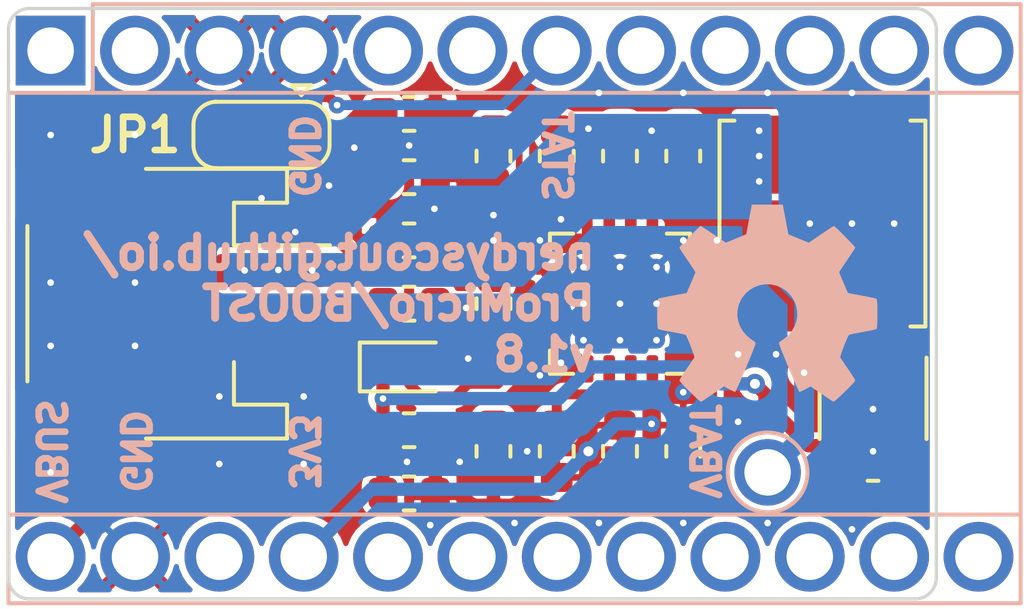
<source format=kicad_pcb>
(kicad_pcb (version 20171130) (host pcbnew 5.1.5)
  (title_block (title BOOST) (date 2021-04-08) (rev v1.8) (company nerdyscout))
  (layers (0 F.Cu mixed) (1 In1.Cu signal) (2 In2.Cu signal) (31 B.Cu mixed) (34 B.Paste user) (35 F.Paste user) (36 B.SilkS user) (37 F.SilkS user) (38 B.Mask user) (39 F.Mask user) (44 Edge.Cuts user))
  (net 0 "")
  (net 1 GND)
  (net 2 "Net-(L1-Pad2)")
  (net 3 "Net-(D1-Pad2)")
  (net 4 "Net-(R3-Pad2)")
  (net 5 "Net-(R5-Pad2)")
  (net 6 "Net-(R7-Pad2)")
  (net 7 +3V3)
  (net 8 "Net-(JP1-Pad1)")
  (net 9 "Net-(C1-Pad1)")
  (net 10 /EN)
  (net 11 /VBAT)
  (net 12 STAT)
  (net 13 VBUS)
  (net 14 LBO)
  (module lib:ProMicro (layer B.Cu) (at 63.373 114.935 270)
    (fp_text reference A1 hide)
    (fp_text value Sparkfun_Pro_Micro)
    (fp_line (start -1.4 -1.27) (end -1.4 -29.21) (layer B.SilkS) (width 0.12))
    (fp_line (start 13.97 1.27) (end 13.97 -29.21) (layer B.SilkS) (width 0.12))
    (fp_line (start 1.27 -1.27) (end -1.4 -1.27) (layer B.SilkS) (width 0.12))
    (fp_line (start 1.27 1.27) (end 1.27 -29.21) (layer B.SilkS) (width 0.12))
    (fp_line (start -1.4 -29.21) (end 16.64 -29.21) (layer B.SilkS) (width 0.12))
    (fp_line (start 16.64 -29.21) (end 16.64 1.27) (layer B.SilkS) (width 0.12))
    (fp_line (start 16.64 1.27) (end 1.27 1.27) (layer B.SilkS) (width 0.12))
    (pad 24 thru_hole circle (at 15.24 0 270) (size 2.1 2.1) (drill 1.4) (layers *.Cu *.Mask) (net 13 VBUS))
    (pad 23 thru_hole circle (at 15.24 -2.54 270) (size 2.1 2.1) (drill 1.4) (layers *.Cu *.Mask) (net 1 GND))
    (pad 22 thru_hole circle (at 15.24 -5.08 270) (size 2.1 2.1) (drill 1.4) (layers *.Cu *.Mask))
    (pad 12 thru_hole circle (at 0 -27.94 270) (size 2.1 2.1) (drill 1.4) (layers *.Cu *.Mask))
    (pad 21 thru_hole circle (at 15.24 -7.62 270) (size 2.1 2.1) (drill 1.4) (layers *.Cu *.Mask) (net 7 +3V3))
    (pad 11 thru_hole circle (at 0 -25.4 270) (size 2.1 2.1) (drill 1.4) (layers *.Cu *.Mask))
    (pad 20 thru_hole circle (at 15.24 -10.16 270) (size 2.1 2.1) (drill 1.4) (layers *.Cu *.Mask))
    (pad 10 thru_hole circle (at 0 -22.86 270) (size 2.1 2.1) (drill 1.4) (layers *.Cu *.Mask))
    (pad 19 thru_hole circle (at 15.24 -12.7 270) (size 2.1 2.1) (drill 1.4) (layers *.Cu *.Mask))
    (pad 9 thru_hole circle (at 0 -20.32 270) (size 2.1 2.1) (drill 1.4) (layers *.Cu *.Mask))
    (pad 18 thru_hole circle (at 15.24 -15.24 270) (size 2.1 2.1) (drill 1.4) (layers *.Cu *.Mask))
    (pad 8 thru_hole circle (at 0 -17.78 270) (size 2.1 2.1) (drill 1.4) (layers *.Cu *.Mask))
    (pad 17 thru_hole circle (at 15.24 -17.78 270) (size 2.1 2.1) (drill 1.4) (layers *.Cu *.Mask))
    (pad 7 thru_hole circle (at 0 -15.24 270) (size 2.1 2.1) (drill 1.4) (layers *.Cu *.Mask) (net 12 STAT))
    (pad 16 thru_hole circle (at 15.24 -20.32 270) (size 2.1 2.1) (drill 1.4) (layers *.Cu *.Mask))
    (pad 6 thru_hole circle (at 0 -12.7 270) (size 2.1 2.1) (drill 1.4) (layers *.Cu *.Mask))
    (pad 15 thru_hole circle (at 15.24 -22.86 270) (size 2.1 2.1) (drill 1.4) (layers *.Cu *.Mask))
    (pad 5 thru_hole circle (at 0 -10.16 270) (size 2.1 2.1) (drill 1.4) (layers *.Cu *.Mask))
    (pad 14 thru_hole circle (at 15.24 -25.4 270) (size 2.1 2.1) (drill 1.4) (layers *.Cu *.Mask))
    (pad 4 thru_hole circle (at 0 -7.62 270) (size 2.1 2.1) (drill 1.4) (layers *.Cu *.Mask) (net 1 GND))
    (pad 13 thru_hole circle (at 15.24 -27.94 270) (size 2.1 2.1) (drill 1.4) (layers *.Cu *.Mask))
    (pad 3 thru_hole circle (at 0 -5.08 270) (size 2.1 2.1) (drill 1.4) (layers *.Cu *.Mask) (net 1 GND))
    (pad 2 thru_hole circle (at 0 -2.54 270) (size 2.1 2.1) (drill 1.4) (layers *.Cu *.Mask))
    (pad 1 thru_hole rect (at 0 0 270) (size 2.1 2.1) (drill 1.4) (layers *.Cu *.Mask))
  )
  (module Symbol:OSHW-Symbol_6.7x6mm_SilkScreen (layer B.Cu) (at 84.963 122.555 180)
    (fp_text reference LOGO1 hide)
    (fp_text value Logo_Open_Hardware_Small hide)
    (fp_poly (pts (xy 0.555814 2.531069) (xy 0.639635 2.086445) (xy 0.94892 1.958947) (xy 1.258206 1.831449) (xy 1.629246 2.083754) (xy 1.733157 2.154004) (xy 1.827087 2.216728) (xy 1.906652 2.269062) (xy 1.96747 2.308143) (xy 2.005157 2.331107) (xy 2.015421 2.336058) (xy 2.03391 2.323324) (xy 2.07342 2.288118) (xy 2.129522 2.234938) (xy 2.197787 2.168282) (xy 2.273786 2.092646) (xy 2.353092 2.012528) (xy 2.431275 1.932426) (xy 2.503907 1.856836) (xy 2.566559 1.790255) (xy 2.614803 1.737182) (xy 2.64421 1.702113) (xy 2.651241 1.690377) (xy 2.641123 1.66874) (xy 2.612759 1.621338) (xy 2.569129 1.552807) (xy 2.513218 1.467785) (xy 2.448006 1.370907) (xy 2.410219 1.31565) (xy 2.341343 1.214752) (xy 2.28014 1.123701) (xy 2.229578 1.04703) (xy 2.192628 0.989272) (xy 2.172258 0.954957) (xy 2.169197 0.947746) (xy 2.176136 0.927252) (xy 2.195051 0.879487) (xy 2.223087 0.811168) (xy 2.257391 0.729011) (xy 2.295109 0.63973) (xy 2.333387 0.550042) (xy 2.36937 0.466662) (xy 2.400206 0.396306) (xy 2.423039 0.34569) (xy 2.435017 0.321529) (xy 2.435724 0.320578) (xy 2.454531 0.315964) (xy 2.504618 0.305672) (xy 2.580793 0.290713) (xy 2.677865 0.272099) (xy 2.790643 0.250841) (xy 2.856442 0.238582) (xy 2.97695 0.215638) (xy 3.085797 0.193805) (xy 3.177476 0.174278) (xy 3.246481 0.158252) (xy 3.287304 0.146921) (xy 3.295511 0.143326) (xy 3.303548 0.118994) (xy 3.310033 0.064041) (xy 3.31497 -0.015108) (xy 3.318364 -0.112026) (xy 3.320218 -0.220287) (xy 3.320538 -0.333465) (xy 3.319327 -0.445135) (xy 3.31659 -0.548868) (xy 3.312331 -0.638241) (xy 3.306555 -0.706826) (xy 3.299267 -0.748197) (xy 3.294895 -0.75681) (xy 3.268764 -0.767133) (xy 3.213393 -0.781892) (xy 3.136107 -0.799352) (xy 3.04423 -0.81778) (xy 3.012158 -0.823741) (xy 2.857524 -0.852066) (xy 2.735375 -0.874876) (xy 2.641673 -0.89308) (xy 2.572384 -0.907583) (xy 2.523471 -0.919292) (xy 2.490897 -0.929115) (xy 2.470628 -0.937956) (xy 2.458626 -0.946724) (xy 2.456947 -0.948457) (xy 2.440184 -0.976371) (xy 2.414614 -1.030695) (xy 2.382788 -1.104777) (xy 2.34726 -1.191965) (xy 2.310583 -1.285608) (xy 2.275311 -1.379052) (xy 2.243996 -1.465647) (xy 2.219193 -1.53874) (xy 2.203454 -1.591678) (xy 2.199332 -1.617811) (xy 2.199676 -1.618726) (xy 2.213641 -1.640086) (xy 2.245322 -1.687084) (xy 2.291391 -1.754827) (xy 2.348518 -1.838423) (xy 2.413373 -1.932982) (xy 2.431843 -1.959854) (xy 2.497699 -2.057275) (xy 2.55565 -2.146163) (xy 2.602538 -2.221412) (xy 2.635207 -2.27792) (xy 2.6505 -2.310581) (xy 2.651241 -2.314593) (xy 2.638392 -2.335684) (xy 2.602888 -2.377464) (xy 2.549293 -2.435445) (xy 2.482171 -2.505135) (xy 2.406087 -2.582045) (xy 2.325604 -2.661683) (xy 2.245287 -2.739561) (xy 2.169699 -2.811186) (xy 2.103405 -2.87207) (xy 2.050969 -2.917721) (xy 2.016955 -2.94365) (xy 2.007545 -2.947883) (xy 1.985643 -2.937912) (xy 1.9408 -2.91102) (xy 1.880321 -2.871736) (xy 1.833789 -2.840117) (xy 1.749475 -2.782098) (xy 1.649626 -2.713784) (xy 1.549473 -2.645579) (xy 1.495627 -2.609075) (xy 1.313371 -2.4858) (xy 1.160381 -2.56852) (xy 1.090682 -2.604759) (xy 1.031414 -2.632926) (xy 0.991311 -2.648991) (xy 0.981103 -2.651226) (xy 0.968829 -2.634722) (xy 0.944613 -2.588082) (xy 0.910263 -2.515609) (xy 0.867588 -2.421606) (xy 0.818394 -2.310374) (xy 0.76449 -2.186215) (xy 0.707684 -2.053432) (xy 0.649782 -1.916327) (xy 0.592593 -1.779202) (xy 0.537924 -1.646358) (xy 0.487584 -1.522098) (xy 0.44338 -1.410725) (xy 0.407119 -1.316539) (xy 0.380609 -1.243844) (xy 0.365658 -1.196941) (xy 0.363254 -1.180833) (xy 0.382311 -1.160286) (xy 0.424036 -1.126933) (xy 0.479706 -1.087702) (xy 0.484378 -1.084599) (xy 0.628264 -0.969423) (xy 0.744283 -0.835053) (xy 0.83143 -0.685784) (xy 0.888699 -0.525913) (xy 0.915086 -0.359737) (xy 0.909585 -0.191552) (xy 0.87119 -0.025655) (xy 0.798895 0.133658) (xy 0.777626 0.168513) (xy 0.666996 0.309263) (xy 0.536302 0.422286) (xy 0.390064 0.506997) (xy 0.232808 0.562806) (xy 0.069057 0.589126) (xy -0.096667 0.58537) (xy -0.259838 0.55095) (xy -0.415935 0.485277) (xy -0.560433 0.387765) (xy -0.605131 0.348187) (xy -0.718888 0.224297) (xy -0.801782 0.093876) (xy -0.858644 -0.052315) (xy -0.890313 -0.197088) (xy -0.898131 -0.35986) (xy -0.872062 -0.52344) (xy -0.814755 -0.682298) (xy -0.728856 -0.830906) (xy -0.617014 -0.963735) (xy -0.481877 -1.075256) (xy -0.464117 -1.087011) (xy -0.40785 -1.125508) (xy -0.365077 -1.158863) (xy -0.344628 -1.18016) (xy -0.344331 -1.180833) (xy -0.348721 -1.203871) (xy -0.366124 -1.256157) (xy -0.394732 -1.33339) (xy -0.432735 -1.431268) (xy -0.478326 -1.545491) (xy -0.529697 -1.671758) (xy -0.585038 -1.805767) (xy -0.642542 -1.943218) (xy -0.700399 -2.079808) (xy -0.756802 -2.211237) (xy -0.809942 -2.333205) (xy -0.85801 -2.441409) (xy -0.899199 -2.531549) (xy -0.931699 -2.599323) (xy -0.953703 -2.64043) (xy -0.962564 -2.651226) (xy -0.98964 -2.642819) (xy -1.040303 -2.620272) (xy -1.105817 -2.587613) (xy -1.141841 -2.56852) (xy -1.294832 -2.4858) (xy -1.477088 -2.609075) (xy -1.570125 -2.672228) (xy -1.671985 -2.741727) (xy -1.767438 -2.807165) (xy -1.81525 -2.840117) (xy -1.882495 -2.885273) (xy -1.939436 -2.921057) (xy -1.978646 -2.942938) (xy -1.991381 -2.947563) (xy -2.009917 -2.935085) (xy -2.050941 -2.900252) (xy -2.110475 -2.846678) (xy -2.184542 -2.777983) (xy -2.269165 -2.697781) (xy -2.322685 -2.646286) (xy -2.416319 -2.554286) (xy -2.497241 -2.471999) (xy -2.562177 -2.402945) (xy -2.607858 -2.350644) (xy -2.631011 -2.318616) (xy -2.633232 -2.312116) (xy -2.622924 -2.287394) (xy -2.594439 -2.237405) (xy -2.550937 -2.167212) (xy -2.495577 -2.081875) (xy -2.43152 -1.986456) (xy -2.413303 -1.959854) (xy -2.346927 -1.863167) (xy -2.287378 -1.776117) (xy -2.237984 -1.703595) (xy -2.202075 -1.650493) (xy -2.182981 -1.621703) (xy -2.181136 -1.618726) (xy -2.183895 -1.595782) (xy -2.198538 -1.545336) (xy -2.222513 -1.474041) (xy -2.253266 -1.388547) (xy -2.288244 -1.295507) (xy -2.324893 -1.201574) (xy -2.360661 -1.113399) (xy -2.392994 -1.037634) (xy -2.419338 -0.980931) (xy -2.437142 -0.949943) (xy -2.438407 -0.948457) (xy -2.449294 -0.939601) (xy -2.467682 -0.930843) (xy -2.497606 -0.921277) (xy -2.543103 -0.909996) (xy -2.608209 -0.896093) (xy -2.696961 -0.878663) (xy -2.813393 -0.856798) (xy -2.961542 -0.829591) (xy -2.993618 -0.823741) (xy -3.088686 -0.805374) (xy -3.171565 -0.787405) (xy -3.23493 -0.771569) (xy -3.271458 -0.7596) (xy -3.276356 -0.75681) (xy -3.284427 -0.732072) (xy -3.290987 -0.67679) (xy -3.296033 -0.597389) (xy -3.299559 -0.500296) (xy -3.301561 -0.391938) (xy -3.302036 -0.27874) (xy -3.300977 -0.167128) (xy -3.298382 -0.063529) (xy -3.294246 0.025632) (xy -3.288563 0.093928) (xy -3.281331 0.134934) (xy -3.276971 0.143326) (xy -3.252698 0.151792) (xy -3.197426 0.165565) (xy -3.116662 0.18345) (xy -3.015912 0.204252) (xy -2.900683 0.226777) (xy -2.837902 0.238582) (xy -2.718787 0.260849) (xy -2.612565 0.281021) (xy -2.524427 0.298085) (xy -2.459566 0.311031) (xy -2.423174 0.318845) (xy -2.417184 0.320578) (xy -2.407061 0.34011) (xy -2.385662 0.387157) (xy -2.355839 0.454997) (xy -2.320445 0.536909) (xy -2.282332 0.626172) (xy -2.244353 0.716065) (xy -2.20936 0.799865) (xy -2.180206 0.870853) (xy -2.159743 0.922306) (xy -2.150823 0.947503) (xy -2.150657 0.948604) (xy -2.160769 0.968481) (xy -2.189117 1.014223) (xy -2.232723 1.081283) (xy -2.288606 1.165116) (xy -2.353787 1.261174) (xy -2.391679 1.31635) (xy -2.460725 1.417519) (xy -2.52205 1.50937) (xy -2.572663 1.587256) (xy -2.609571 1.646531) (xy -2.629782 1.682549) (xy -2.632701 1.690623) (xy -2.620153 1.709416) (xy -2.585463 1.749543) (xy -2.533063 1.806507) (xy -2.467384 1.875815) (xy -2.392856 1.952969) (xy -2.313913 2.033475) (xy -2.234983 2.112837) (xy -2.1605 2.18656) (xy -2.094894 2.250148) (xy -2.042596 2.299106) (xy -2.008039 2.328939) (xy -1.996478 2.336058) (xy -1.977654 2.326047) (xy -1.932631 2.297922) (xy -1.865787 2.254546) (xy -1.781499 2.198782) (xy -1.684144 2.133494) (xy -1.610707 2.083754) (xy -1.239667 1.831449) (xy -0.621095 2.086445) (xy -0.537275 2.531069) (xy -0.453454 2.975693) (xy 0.471994 2.975693) (xy 0.555814 2.531069)) (layer B.SilkS) (width 0.01))
  )
  (module TestPoint:TestPoint_THTPad_D2.0mm_Drill1.0mm (layer B.Cu) (at 84.963 127.635 270)
    (fp_text reference TP1 hide)
    (fp_text value VBAT (at -0.635 1.905 270 unlocked) (layer B.SilkS) (effects (font (size 0.8 0.8) (thickness 0.2)) (justify mirror)))
    (fp_circle (center 0 0) (end 0 -1.2) (layer B.SilkS) (width 0.12))
    (pad 1 thru_hole circle (at 0 0 270) (size 2 2) (drill 1.4) (layers *.Cu *.Mask) (net 11 /VBAT))
  )
  (module Inductor_SMD:L_Bourns_SRN6045TA (layer F.Cu) (at 86.614 120.142 270)
    (fp_text reference L1 hide)
    (fp_text value 6.8µ/2A hide)
    (fp_line (start -3.1 -3.1) (end -3.1 -2.65) (layer F.SilkS) (width 0.12))
    (fp_line (start -3.1 3.1) (end -3.1 2.65) (layer F.SilkS) (width 0.12))
    (fp_line (start 3.1 3.1) (end 3.1 2.65) (layer F.SilkS) (width 0.12))
    (fp_line (start 3.1 3.1) (end -3.1 3.1) (layer F.SilkS) (width 0.12))
    (fp_line (start 3.1 -3.1) (end 3.1 -2.65) (layer F.SilkS) (width 0.12))
    (fp_line (start -3.1 -3.1) (end 3.1 -3.1) (layer F.SilkS) (width 0.12))
    (pad 2 smd rect (at 2.075 0 270) (size 2.35 5.1) (layers F.Cu F.Paste F.Mask) (net 2 "Net-(L1-Pad2)"))
    (pad 1 smd rect (at -2.075 0 270) (size 2.35 5.1) (layers F.Cu F.Paste F.Mask) (net 11 /VBAT))
  )
  (module Capacitor_SMD:C_0603_1608Metric (layer F.Cu) (at 82.423 118.11 90)
    (fp_text reference C3 hide)
    (fp_text value 4.7µ hide)
    (fp_line (start -0.162779 0.51) (end 0.162779 0.51) (layer F.SilkS) (width 0.12))
    (fp_line (start -0.162779 -0.51) (end 0.162779 -0.51) (layer F.SilkS) (width 0.12))
    (pad 2 smd roundrect (at 0.7875 0 90) (size 0.875 0.95) (layers F.Cu F.Paste F.Mask) (net 11 /VBAT))
    (pad 1 smd roundrect (at -0.7875 0 90) (size 0.875 0.95) (layers F.Cu F.Paste F.Mask) (net 1 GND))
  )
  (module Capacitor_SMD:C_0603_1608Metric (layer F.Cu) (at 82.423 127 270)
    (fp_text reference C6 hide)
    (fp_text value 1µ hide)
    (fp_line (start -0.162779 0.51) (end 0.162779 0.51) (layer F.SilkS) (width 0.12))
    (fp_line (start -0.162779 -0.51) (end 0.162779 -0.51) (layer F.SilkS) (width 0.12))
    (pad 2 smd roundrect (at 0.7875 0 270) (size 0.875 0.95) (layers F.Cu F.Paste F.Mask) (net 1 GND))
    (pad 1 smd roundrect (at -0.7875 0 270) (size 0.875 0.95) (layers F.Cu F.Paste F.Mask) (net 7 +3V3))
  )
  (module Capacitor_SMD:C_0603_1608Metric (layer F.Cu) (at 80.518 127 270)
    (fp_text reference C7 hide)
    (fp_text value 4.7µ hide)
    (fp_line (start -0.162779 0.51) (end 0.162779 0.51) (layer F.SilkS) (width 0.12))
    (fp_line (start -0.162779 -0.51) (end 0.162779 -0.51) (layer F.SilkS) (width 0.12))
    (pad 2 smd roundrect (at 0.7875 0 270) (size 0.875 0.95) (layers F.Cu F.Paste F.Mask) (net 1 GND))
    (pad 1 smd roundrect (at -0.7875 0 270) (size 0.875 0.95) (layers F.Cu F.Paste F.Mask) (net 7 +3V3))
  )
  (module Capacitor_SMD:C_0603_1608Metric (layer F.Cu) (at 74.168 120.65 180)
    (fp_text reference C5 hide)
    (fp_text value 100n hide)
    (fp_line (start -0.162779 0.51) (end 0.162779 0.51) (layer F.SilkS) (width 0.12))
    (fp_line (start -0.162779 -0.51) (end 0.162779 -0.51) (layer F.SilkS) (width 0.12))
    (pad 2 smd roundrect (at 0.7875 0 180) (size 0.875 0.95) (layers F.Cu F.Paste F.Mask) (net 1 GND))
    (pad 1 smd roundrect (at -0.7875 0 180) (size 0.875 0.95) (layers F.Cu F.Paste F.Mask) (net 11 /VBAT))
  )
  (module Capacitor_SMD:C_0603_1608Metric (layer F.Cu) (at 80.518 118.11 90)
    (fp_text reference C4 hide)
    (fp_text value 10µ hide)
    (fp_line (start -0.162779 0.51) (end 0.162779 0.51) (layer F.SilkS) (width 0.12))
    (fp_line (start -0.162779 -0.51) (end 0.162779 -0.51) (layer F.SilkS) (width 0.12))
    (pad 2 smd roundrect (at 0.7875 0 90) (size 0.875 0.95) (layers F.Cu F.Paste F.Mask) (net 11 /VBAT))
    (pad 1 smd roundrect (at -0.7875 0 90) (size 0.875 0.95) (layers F.Cu F.Paste F.Mask) (net 1 GND))
  )
  (module Resistor_SMD:R_0603_1608Metric (layer F.Cu) (at 76.708 127 270)
    (fp_text reference R8 hide)
    (fp_text value 200k hide)
    (fp_line (start -0.162779 0.51) (end 0.162779 0.51) (layer F.SilkS) (width 0.12))
    (fp_line (start -0.162779 -0.51) (end 0.162779 -0.51) (layer F.SilkS) (width 0.12))
    (pad 2 smd roundrect (at 0.7875 0 270) (size 0.875 0.95) (layers F.Cu F.Paste F.Mask) (net 1 GND))
    (pad 1 smd roundrect (at -0.7875 0 270) (size 0.875 0.95) (layers F.Cu F.Paste F.Mask) (net 6 "Net-(R7-Pad2)"))
  )
  (module Resistor_SMD:R_0603_1608Metric (layer F.Cu) (at 78.613 127 90)
    (fp_text reference R7 hide)
    (fp_text value 1.1M hide)
    (fp_line (start -0.162779 0.51) (end 0.162779 0.51) (layer F.SilkS) (width 0.12))
    (fp_line (start -0.162779 -0.51) (end 0.162779 -0.51) (layer F.SilkS) (width 0.12))
    (pad 2 smd roundrect (at 0.7875 0 90) (size 0.875 0.95) (layers F.Cu F.Paste F.Mask) (net 6 "Net-(R7-Pad2)"))
    (pad 1 smd roundrect (at -0.7875 0 90) (size 0.875 0.95) (layers F.Cu F.Paste F.Mask) (net 7 +3V3))
  )
  (module Resistor_SMD:R_0603_1608Metric (layer F.Cu) (at 78.613 118.11 270)
    (fp_text reference R6 hide)
    (fp_text value 390k hide)
    (fp_line (start -0.162779 0.51) (end 0.162779 0.51) (layer F.SilkS) (width 0.12))
    (fp_line (start -0.162779 -0.51) (end 0.162779 -0.51) (layer F.SilkS) (width 0.12))
    (pad 2 smd roundrect (at 0.7875 0 270) (size 0.875 0.95) (layers F.Cu F.Paste F.Mask) (net 1 GND))
    (pad 1 smd roundrect (at -0.7875 0 270) (size 0.875 0.95) (layers F.Cu F.Paste F.Mask) (net 5 "Net-(R5-Pad2)"))
  )
  (module Resistor_SMD:R_0603_1608Metric (layer F.Cu) (at 76.708 118.11 90)
    (fp_text reference R5 hide)
    (fp_text value 2.4M hide)
    (fp_line (start -0.162779 0.51) (end 0.162779 0.51) (layer F.SilkS) (width 0.12))
    (fp_line (start -0.162779 -0.51) (end 0.162779 -0.51) (layer F.SilkS) (width 0.12))
    (pad 2 smd roundrect (at 0.7875 0 90) (size 0.875 0.95) (layers F.Cu F.Paste F.Mask) (net 5 "Net-(R5-Pad2)"))
    (pad 1 smd roundrect (at -0.7875 0 90) (size 0.875 0.95) (layers F.Cu F.Paste F.Mask) (net 11 /VBAT))
  )
  (module Resistor_SMD:R_0603_1608Metric (layer F.Cu) (at 76.708 122.555 90)
    (fp_text reference R4 hide)
    (fp_text value 200k hide)
    (fp_line (start -0.162779 0.51) (end 0.162779 0.51) (layer F.SilkS) (width 0.12))
    (fp_line (start -0.162779 -0.51) (end 0.162779 -0.51) (layer F.SilkS) (width 0.12))
    (pad 2 smd roundrect (at 0.7875 0 90) (size 0.875 0.95) (layers F.Cu F.Paste F.Mask) (net 11 /VBAT))
    (pad 1 smd roundrect (at -0.7875 0 90) (size 0.875 0.95) (layers F.Cu F.Paste F.Mask) (net 10 /EN))
  )
  (module Resistor_SMD:R_0603_1608Metric (layer F.Cu) (at 88.138 128.397)
    (fp_text reference R3 hide)
    (fp_text value 2k hide)
    (fp_line (start -0.162779 0.51) (end 0.162779 0.51) (layer F.SilkS) (width 0.12))
    (fp_line (start -0.162779 -0.51) (end 0.162779 -0.51) (layer F.SilkS) (width 0.12))
    (pad 2 smd roundrect (at 0.7875 0) (size 0.875 0.95) (layers F.Cu F.Paste F.Mask) (net 4 "Net-(R3-Pad2)"))
    (pad 1 smd roundrect (at -0.7875 0) (size 0.875 0.95) (layers F.Cu F.Paste F.Mask) (net 1 GND))
  )
  (module Package_DFN_QFN:Texas_S-PVQFN-N16_EP2.7x2.7mm_ThermalVias (layer F.Cu) (at 80.518 122.555 180)
    (fp_text reference U2 hide)
    (fp_text value TPS61090 hide)
    (fp_line (start -1.41 -2.11) (end -2.11 -2.11) (layer F.SilkS) (width 0.12))
    (fp_line (start 2.11 2.11) (end 2.11 1.41) (layer F.SilkS) (width 0.12))
    (fp_line (start 1.41 2.11) (end 2.11 2.11) (layer F.SilkS) (width 0.12))
    (fp_line (start -2.11 2.11) (end -2.11 1.41) (layer F.SilkS) (width 0.12))
    (fp_line (start -1.41 2.11) (end -2.11 2.11) (layer F.SilkS) (width 0.12))
    (fp_line (start 2.11 -2.11) (end 2.11 -1.41) (layer F.SilkS) (width 0.12))
    (fp_line (start 1.41 -2.11) (end 2.11 -2.11) (layer F.SilkS) (width 0.12))
    (pad 16 smd roundrect (at -0.975 -1.9625 180) (size 0.35 0.825) (layers F.Cu F.Paste F.Mask) (net 7 +3V3))
    (pad 15 smd roundrect (at -0.325 -1.9625 180) (size 0.35 0.825) (layers F.Cu F.Paste F.Mask) (net 7 +3V3))
    (pad 14 smd roundrect (at 0.325 -1.9625 180) (size 0.35 0.825) (layers F.Cu F.Paste F.Mask) (net 6 "Net-(R7-Pad2)"))
    (pad 13 smd roundrect (at 0.975 -1.9625 180) (size 0.35 0.825) (layers F.Cu F.Paste F.Mask) (net 1 GND))
    (pad 12 smd roundrect (at 1.9625 -0.975 180) (size 0.825 0.35) (layers F.Cu F.Paste F.Mask) (net 14 LBO))
    (pad 11 smd roundrect (at 1.9625 -0.325 180) (size 0.825 0.35) (layers F.Cu F.Paste F.Mask) (net 10 /EN))
    (pad 10 smd roundrect (at 1.9625 0.325 180) (size 0.825 0.35) (layers F.Cu F.Paste F.Mask) (net 1 GND))
    (pad 9 smd roundrect (at 1.9625 0.975 180) (size 0.825 0.35) (layers F.Cu F.Paste F.Mask) (net 5 "Net-(R5-Pad2)"))
    (pad 8 smd roundrect (at 0.975 1.9625 180) (size 0.35 0.825) (layers F.Cu F.Paste F.Mask) (net 11 /VBAT))
    (pad 7 smd roundrect (at 0.325 1.9625 180) (size 0.35 0.825) (layers F.Cu F.Paste F.Mask) (net 1 GND))
    (pad 6 smd roundrect (at -0.325 1.9625 180) (size 0.35 0.825) (layers F.Cu F.Paste F.Mask) (net 1 GND))
    (pad 5 smd roundrect (at -0.975 1.9625 180) (size 0.35 0.825) (layers F.Cu F.Paste F.Mask) (net 1 GND))
    (pad 4 smd roundrect (at -1.9625 0.975 180) (size 0.825 0.35) (layers F.Cu F.Paste F.Mask) (net 2 "Net-(L1-Pad2)"))
    (pad 3 smd roundrect (at -1.9625 0.325 180) (size 0.825 0.35) (layers F.Cu F.Paste F.Mask) (net 2 "Net-(L1-Pad2)"))
    (pad 2 smd roundrect (at -1.9625 -0.325 180) (size 0.825 0.35) (layers F.Cu F.Paste F.Mask))
    (pad 1 smd roundrect (at -1.9625 -0.975 180) (size 0.825 0.35) (layers F.Cu F.Paste F.Mask) (net 7 +3V3))
    (pad 17 smd roundrect (at 0 0 180) (size 2.7 2.7) (layers B.Cu) (roundrect_rratio 0.09300000000000001) (net 1 GND))
    (pad 17 thru_hole circle (at 1.1 1.1 180) (size 0.5 0.5) (drill 0.2) (layers *.Cu) (net 1 GND))
    (pad 17 thru_hole circle (at 0 1.1 180) (size 0.5 0.5) (drill 0.2) (layers *.Cu) (net 1 GND))
    (pad 17 thru_hole circle (at -1.1 1.1 180) (size 0.5 0.5) (drill 0.2) (layers *.Cu) (net 1 GND))
    (pad 17 thru_hole circle (at 1.1 0 180) (size 0.5 0.5) (drill 0.2) (layers *.Cu) (net 1 GND))
    (pad 17 thru_hole circle (at 0 0 180) (size 0.5 0.5) (drill 0.2) (layers *.Cu) (net 1 GND))
    (pad 17 thru_hole circle (at -1.1 0 180) (size 0.5 0.5) (drill 0.2) (layers *.Cu) (net 1 GND))
    (pad 17 thru_hole circle (at 1.1 -1.1 180) (size 0.5 0.5) (drill 0.2) (layers *.Cu) (net 1 GND))
    (pad 17 thru_hole circle (at 0 -1.1 180) (size 0.5 0.5) (drill 0.2) (layers *.Cu) (net 1 GND))
    (pad 17 thru_hole circle (at -1.1 -1.1 180) (size 0.5 0.5) (drill 0.2) (layers *.Cu) (net 1 GND))
    (pad 17 smd roundrect (at 0 0 180) (size 2.7 2.7) (layers F.Cu F.Mask) (roundrect_rratio 0.09259299999999999) (net 1 GND))
  )
  (module Package_TO_SOT_SMD:SOT-23-5 (layer F.Cu) (at 88.138 125.73 270)
    (fp_text reference U1 hide)
    (fp_text value MCP73831-2-OT hide)
    (fp_line (start 0.9 -1.61) (end -1.55 -1.61) (layer F.SilkS) (width 0.12))
    (fp_line (start -0.9 1.61) (end 0.9 1.61) (layer F.SilkS) (width 0.12))
    (pad 5 smd rect (at 1.1 -0.95 270) (size 1.06 0.65) (layers F.Cu F.Paste F.Mask) (net 4 "Net-(R3-Pad2)"))
    (pad 4 smd rect (at 1.1 0.95 270) (size 1.06 0.65) (layers F.Cu F.Paste F.Mask) (net 9 "Net-(C1-Pad1)"))
    (pad 3 smd rect (at -1.1 0.95 270) (size 1.06 0.65) (layers F.Cu F.Paste F.Mask) (net 11 /VBAT))
    (pad 2 smd rect (at -1.1 0 270) (size 1.06 0.65) (layers F.Cu F.Paste F.Mask) (net 1 GND))
    (pad 1 smd rect (at -1.1 -0.95 270) (size 1.06 0.65) (layers F.Cu F.Paste F.Mask))
  )
  (module Jumper:SolderJumper-3_P1.3mm_Open_RoundedPad1.0x1.5mm (layer F.Cu) (at 69.723 117.475 180)
    (fp_text reference JP1 (at 3.81 0) (layer F.SilkS) (effects (font (thickness 0.2))))
    (fp_text value SolderJumper_3_Open hide)
    (fp_arc (start -1.35 -0.3) (end -1.35 -1) (angle -90) (layer F.SilkS) (width 0.12))
    (fp_arc (start -1.35 0.3) (end -2.05 0.3) (angle -90) (layer F.SilkS) (width 0.12))
    (fp_arc (start 1.35 0.3) (end 1.35 1) (angle -90) (layer F.SilkS) (width 0.12))
    (fp_arc (start 1.35 -0.3) (end 2.05 -0.3) (angle -90) (layer F.SilkS) (width 0.12))
    (fp_line (start -1.4 -1) (end 1.4 -1) (layer F.SilkS) (width 0.12))
    (fp_line (start 2.05 -0.3) (end 2.05 0.3) (layer F.SilkS) (width 0.12))
    (fp_line (start 1.4 1) (end -1.4 1) (layer F.SilkS) (width 0.12))
    (fp_line (start -2.05 0.3) (end -2.05 -0.3) (layer F.SilkS) (width 0.12))
    (fp_line (start -1.2 1.2) (end -1.5 1.5) (layer F.SilkS) (width 0.12))
    (fp_line (start -1.5 1.5) (end -0.9 1.5) (layer F.SilkS) (width 0.12))
    (fp_line (start -1.2 1.2) (end -0.9 1.5) (layer F.SilkS) (width 0.12))
    (pad 2 smd rect (at 0 0 180) (size 1 1.5) (layers F.Cu F.Mask) (net 12 STAT))
    (pad 3 smd custom (at 1.3 0 180) (size 1 0.5) (layers F.Cu F.Mask) (net 14 LBO) (options (clearance outline) (anchor rect)) (primitives (gr_circle (center 0 0.25) (end 0.5 0.25) (width 0)) (gr_circle (center 0 -0.25) (end 0.5 -0.25) (width 0)) (gr_poly (pts (xy -0.55 -0.75) (xy 0 -0.75) (xy 0 0.75) (xy -0.55 0.75)) (width 0))))
    (pad 1 smd custom (at -1.3 0 180) (size 1 0.5) (layers F.Cu F.Mask) (net 8 "Net-(JP1-Pad1)") (options (clearance outline) (anchor rect)) (primitives (gr_circle (center 0 0.25) (end 0.5 0.25) (width 0)) (gr_circle (center 0 -0.25) (end 0.5 -0.25) (width 0)) (gr_poly (pts (xy 0.55 -0.75) (xy 0 -0.75) (xy 0 0.75) (xy 0.55 0.75)) (width 0))))
  )
  (module Connector_JST:JST_PH_S2B-PH-SM4-TB_1x02-1MP_P2.00mm_Horizontal (layer F.Cu) (at 67.183 122.555 270)
    (fp_text reference J1 hide)
    (fp_text value JST hide)
    (fp_line (start -2.34 4.51) (end 2.34 4.51) (layer F.SilkS) (width 0.12))
    (fp_line (start 3.04 -1.71) (end 1.76 -1.71) (layer F.SilkS) (width 0.12))
    (fp_line (start 3.04 -3.31) (end 3.04 -1.71) (layer F.SilkS) (width 0.12))
    (fp_line (start 4.06 -3.31) (end 3.04 -3.31) (layer F.SilkS) (width 0.12))
    (fp_line (start 4.06 0.94) (end 4.06 -3.31) (layer F.SilkS) (width 0.12))
    (fp_line (start -1.76 -1.71) (end -1.76 -4.6) (layer F.SilkS) (width 0.12))
    (fp_line (start -3.04 -1.71) (end -1.76 -1.71) (layer F.SilkS) (width 0.12))
    (fp_line (start -3.04 -3.31) (end -3.04 -1.71) (layer F.SilkS) (width 0.12))
    (fp_line (start -4.06 -3.31) (end -3.04 -3.31) (layer F.SilkS) (width 0.12))
    (fp_line (start -4.06 0.94) (end -4.06 -3.31) (layer F.SilkS) (width 0.12))
    (pad MP smd roundrect (at 3.35 2.9 270) (size 1.5 3.4) (layers F.Cu F.Paste F.Mask) (roundrect_rratio 0.166667))
    (pad MP smd roundrect (at -3.35 2.9 270) (size 1.5 3.4) (layers F.Cu F.Paste F.Mask) (roundrect_rratio 0.166667))
    (pad 2 smd roundrect (at 1 -2.85 270) (size 1 3.5) (layers F.Cu F.Paste F.Mask) (net 1 GND))
    (pad 1 smd roundrect (at -1 -2.85 270) (size 1 3.5) (layers F.Cu F.Paste F.Mask) (net 11 /VBAT))
  )
  (module Resistor_SMD:R_0603_1608Metric (layer F.Cu) (at 74.168 116.84)
    (fp_text reference R2 hide)
    (fp_text value 390k hide)
    (fp_line (start -0.162779 0.51) (end 0.162779 0.51) (layer F.SilkS) (width 0.12))
    (fp_line (start -0.162779 -0.51) (end 0.162779 -0.51) (layer F.SilkS) (width 0.12))
    (pad 2 smd roundrect (at 0.7875 0) (size 0.875 0.95) (layers F.Cu F.Paste F.Mask) (net 1 GND))
    (pad 1 smd roundrect (at -0.7875 0) (size 0.875 0.95) (layers F.Cu F.Paste F.Mask) (net 8 "Net-(JP1-Pad1)"))
  )
  (module Resistor_SMD:R_0603_1608Metric (layer F.Cu) (at 74.168 118.745 180)
    (fp_text reference R1 hide)
    (fp_text value 390k hide)
    (fp_line (start -0.162779 0.51) (end 0.162779 0.51) (layer F.SilkS) (width 0.12))
    (fp_line (start -0.162779 -0.51) (end 0.162779 -0.51) (layer F.SilkS) (width 0.12))
    (pad 2 smd roundrect (at 0.7875 0 180) (size 0.875 0.95) (layers F.Cu F.Paste F.Mask) (net 8 "Net-(JP1-Pad1)"))
    (pad 1 smd roundrect (at -0.7875 0 180) (size 0.875 0.95) (layers F.Cu F.Paste F.Mask) (net 11 /VBAT))
  )
  (module Capacitor_SMD:C_0603_1608Metric (layer F.Cu) (at 74.168 126.365)
    (fp_text reference C1 hide)
    (fp_text value 10µ hide)
    (fp_line (start -0.162779 0.51) (end 0.162779 0.51) (layer F.SilkS) (width 0.12))
    (fp_line (start -0.162779 -0.51) (end 0.162779 -0.51) (layer F.SilkS) (width 0.12))
    (pad 2 smd roundrect (at 0.7875 0) (size 0.875 0.95) (layers F.Cu F.Paste F.Mask) (net 1 GND))
    (pad 1 smd roundrect (at -0.7875 0) (size 0.875 0.95) (layers F.Cu F.Paste F.Mask) (net 9 "Net-(C1-Pad1)"))
  )
  (module Fuse:Fuse_0603_1608Metric (layer F.Cu) (at 74.168 122.555)
    (fp_text reference F1 hide)
    (fp_text value 500mA hide)
    (fp_line (start -0.162779 0.51) (end 0.162779 0.51) (layer F.SilkS) (width 0.12))
    (fp_line (start -0.162779 -0.51) (end 0.162779 -0.51) (layer F.SilkS) (width 0.12))
    (pad 2 smd roundrect (at 0.7875 0) (size 0.875 0.95) (layers F.Cu F.Paste F.Mask) (net 3 "Net-(D1-Pad2)"))
    (pad 1 smd roundrect (at -0.7875 0) (size 0.875 0.95) (layers F.Cu F.Paste F.Mask) (net 13 VBUS))
  )
  (module Diode_SMD:D_0603_1608Metric (layer F.Cu) (at 74.168 124.46)
    (fp_text reference D1 hide)
    (fp_text value D hide)
    (fp_line (start -1.485 0.735) (end 0.8 0.735) (layer F.SilkS) (width 0.12))
    (fp_line (start -1.485 -0.735) (end -1.485 0.735) (layer F.SilkS) (width 0.12))
    (fp_line (start 0.8 -0.735) (end -1.485 -0.735) (layer F.SilkS) (width 0.12))
    (pad 2 smd roundrect (at 0.7875 0) (size 0.875 0.95) (layers F.Cu F.Paste F.Mask) (net 3 "Net-(D1-Pad2)"))
    (pad 1 smd roundrect (at -0.7875 0) (size 0.875 0.95) (layers F.Cu F.Paste F.Mask) (net 9 "Net-(C1-Pad1)"))
  )
  (module Capacitor_SMD:C_0603_1608Metric (layer F.Cu) (at 74.168 128.27 180)
    (fp_text reference C2 hide)
    (fp_text value 100n hide)
    (fp_line (start -0.162779 0.51) (end 0.162779 0.51) (layer F.SilkS) (width 0.12))
    (fp_line (start -0.162779 -0.51) (end 0.162779 -0.51) (layer F.SilkS) (width 0.12))
    (pad 2 smd roundrect (at 0.7875 0 180) (size 0.875 0.95) (layers F.Cu F.Paste F.Mask) (net 9 "Net-(C1-Pad1)"))
    (pad 1 smd roundrect (at -0.7875 0 180) (size 0.875 0.95) (layers F.Cu F.Paste F.Mask) (net 1 GND))
  )
  (gr_text VBUS (at 63.373 127 270) (layer B.SilkS) (effects (font (size 0.8 0.8) (thickness 0.2)) (justify mirror)))
  (gr_text 3V3 (at 70.993 127 270) (layer B.SilkS) (effects (font (size 0.8 0.8) (thickness 0.2)) (justify mirror)))
  (gr_text STAT (at 78.613 118.11 270) (layer B.SilkS) (effects (font (size 0.8 0.8) (thickness 0.2)) (justify mirror)))
  (gr_text GND (at 70.993 118.11 270) (layer B.SilkS) (effects (font (size 0.8 0.8) (thickness 0.2)) (justify mirror)))
  (gr_text GND (at 65.913 127 270) (layer B.SilkS) (effects (font (size 0.8 0.8) (thickness 0.2)) (justify mirror)))
  (gr_line (start 62.738 113.665) (end 89.408 113.665) (layer Edge.Cuts) (width 0.1))
  (gr_line (start 89.408 131.445) (end 62.738 131.445) (layer Edge.Cuts) (width 0.1))
  (gr_arc (start 62.738 130.81) (end 62.103 130.81) (angle -90) (layer Edge.Cuts) (width 0.1))
  (gr_arc (start 62.738 114.3) (end 62.738 113.665) (angle -90) (layer Edge.Cuts) (width 0.1))
  (gr_arc (start 89.408 114.3) (end 90.043 114.3) (angle -90) (layer Edge.Cuts) (width 0.1))
  (gr_arc (start 89.408 130.81) (end 89.408 131.445) (angle -90) (layer Edge.Cuts) (width 0.1))
  (gr_text "nerdyscout.github.io/\nProMicro/BOOST\nv1.8" (at 79.883 122.555) (layer B.SilkS) (effects (font (size 0.95 0.95) (thickness 0.2375)) (justify left mirror)))
  (gr_line (start 90.043 130.81) (end 90.043 114.3) (layer Edge.Cuts) (width 0.1))
  (gr_line (start 62.103 114.3) (end 62.103 130.81) (layer Edge.Cuts) (width 0.1))
  (via (at 69.723 119.38) (size 0.5) (drill 0.2) (layers F.Cu B.Cu) (net 1))
  (via (at 71.755 118.999) (size 0.5) (drill 0.2) (layers F.Cu B.Cu) (net 1))
  (via (at 72.517 117.856) (size 0.5) (drill 0.2) (layers F.Cu B.Cu) (net 1))
  (via (at 84.963 116.205) (size 0.5) (drill 0.2) (layers F.Cu B.Cu) (net 1))
  (via (at 75.8825 122.682) (size 0.45) (drill 0.2) (layers F.Cu B.Cu) (net 1))
  (via (at 70.739 120.396) (size 0.5) (drill 0.2) (layers F.Cu B.Cu) (net 1))
  (via (at 74.168 117.7925) (size 0.5) (drill 0.2) (layers F.Cu B.Cu) (net 1))
  (via (at 74.1045 127.3175) (size 0.5) (drill 0.2) (layers F.Cu B.Cu) (net 1))
  (via (at 63.373 123.825) (size 0.5) (drill 0.2) (layers F.Cu B.Cu) (net 1))
  (via (at 63.373 121.92) (size 0.5) (drill 0.2) (layers F.Cu B.Cu) (net 1))
  (via (at 65.913 121.92) (size 0.5) (drill 0.2) (layers F.Cu B.Cu) (net 1))
  (via (at 63.373 127.635) (size 0.5) (drill 0.2) (layers F.Cu B.Cu) (net 1))
  (via (at 65.913 117.475) (size 0.5) (drill 0.2) (layers F.Cu B.Cu) (net 1))
  (via (at 63.373 117.475) (size 0.5) (drill 0.2) (layers F.Cu B.Cu) (net 1))
  (via (at 78.74 124.333) (size 0.5) (drill 0.2) (layers F.Cu B.Cu) (net 1))
  (via (at 77.724 127) (size 0.5) (drill 0.2) (layers F.Cu B.Cu) (net 1))
  (via (at 68.453 125.349) (size 0.5) (drill 0.2) (layers F.Cu B.Cu) (net 1))
  (via (at 70.993 125.349) (size 0.5) (drill 0.2) (layers F.Cu B.Cu) (net 1))
  (via (at 82.423 120.65) (size 0.5) (drill 0.2) (layers F.Cu B.Cu) (net 1))
  (via (at 83.439 120.65) (size 0.5) (drill 0.2) (layers F.Cu B.Cu) (net 1))
  (via (at 87.503 116.205) (size 0.5) (drill 0.2) (layers F.Cu B.Cu) (net 1))
  (via (at 82.423 129.159) (size 0.5) (drill 0.2) (layers F.Cu B.Cu) (net 1))
  (via (at 79.883 129.159) (size 0.5) (drill 0.2) (layers F.Cu B.Cu) (net 1))
  (via (at 79.883 116.205) (size 0.5) (drill 0.2) (layers F.Cu B.Cu) (net 1))
  (via (at 82.423 116.205) (size 0.5) (drill 0.2) (layers F.Cu B.Cu) (net 1))
  (via (at 65.913 123.825) (size 0.5) (drill 0.2) (layers F.Cu B.Cu) (net 1))
  (via (at 75.946 124.206) (size 0.5) (drill 0.2) (layers F.Cu B.Cu) (net 1))
  (via (at 74.803 129.2225) (size 0.5) (drill 0.2) (layers F.Cu B.Cu) (net 1))
  (via (at 68.453 127.381) (size 0.5) (drill 0.2) (layers F.Cu B.Cu) (net 1))
  (via (at 70.993 127.381) (size 0.5) (drill 0.2) (layers F.Cu B.Cu) (net 1))
  (via (at 87.503 120.142) (size 0.5) (drill 0.2) (layers F.Cu B.Cu) (net 1))
  (via (at 88.773 120.142) (size 0.5) (drill 0.2) (layers F.Cu B.Cu) (net 1))
  (via (at 86.233 120.142) (size 0.5) (drill 0.2) (layers F.Cu B.Cu) (net 1))
  (via (at 77.343 129.159) (size 0.5) (drill 0.2) (layers F.Cu B.Cu) (net 1))
  (via (at 78.105 124.714) (size 0.5) (drill 0.2) (layers F.Cu B.Cu) (net 1))
  (via (at 84.074 124.079) (size 0.5) (drill 0.2) (layers F.Cu B.Cu) (net 1))
  (via (at 88.138 125.73) (size 0.5) (drill 0.2) (layers F.Cu B.Cu) (net 1))
  (via (at 88.138 127) (size 0.5) (drill 0.2) (layers F.Cu B.Cu) (net 1))
  (via (at 84.963 129.159) (size 0.5) (drill 0.2) (layers F.Cu B.Cu) (net 1))
  (via (at 87.503 129.3495) (size 0.5) (drill 0.2) (layers F.Cu B.Cu) (net 1))
  (via (at 85.217 124.079) (size 0.5) (drill 0.2) (layers F.Cu B.Cu) (net 1))
  (via (at 84.074 126.111) (size 0.5) (drill 0.2) (layers F.Cu B.Cu) (net 1))
  (via (at 75.692 127.3175) (size 0.5) (drill 0.2) (layers F.Cu B.Cu) (net 1))
  (segment (start 74.9555 122.555) (end 74.9223 122.5882) (width 0.25) (layer F.Cu) (net 3))
  (segment (start 74.9223 124.4268) (end 74.9555 124.46) (width 0.25) (layer F.Cu) (net 3))
  (segment (start 74.9223 122.5882) (end 74.9223 124.4268) (width 0.25) (layer F.Cu) (net 3))
  (segment (start 88.9255 128.397) (end 88.9255 127.6095) (width 0.4) (layer F.Cu) (net 4))
  (segment (start 89.088 126.83) (end 89.088 127.447) (width 0.4) (layer F.Cu) (net 4))
  (segment (start 89.088 127.447) (end 88.9255 127.6095) (width 0.4) (layer F.Cu) (net 4))
  (segment (start 77.5715 117.3225) (end 78.613 117.3225) (width 0.2) (layer F.Cu) (net 5))
  (segment (start 76.708 117.3225) (end 77.5715 117.3225) (width 0.2) (layer F.Cu) (net 5))
  (segment (start 78.019 121.58) (end 78.5555 121.58) (width 0.2) (layer F.Cu) (net 5))
  (segment (start 77.48301 121.04401) (end 78.019 121.58) (width 0.2) (layer F.Cu) (net 5))
  (segment (start 77.48301 117.41099) (end 77.48301 121.04401) (width 0.2) (layer F.Cu) (net 5))
  (segment (start 77.5715 117.3225) (end 77.48301 117.41099) (width 0.2) (layer F.Cu) (net 5))
  (segment (start 78.613 125.476) (end 78.8035 125.2855) (width 0.3) (layer F.Cu) (net 6))
  (segment (start 80.193 125.039) (end 80.193 124.5175) (width 0.3) (layer F.Cu) (net 6))
  (segment (start 79.9465 125.2855) (end 80.193 125.039) (width 0.3) (layer F.Cu) (net 6))
  (segment (start 78.8035 125.2855) (end 79.9465 125.2855) (width 0.3) (layer F.Cu) (net 6))
  (segment (start 78.613 126.2125) (end 78.613 125.476) (width 0.3) (layer F.Cu) (net 6))
  (segment (start 78.613 126.2125) (end 76.708 126.2125) (width 0.3) (layer F.Cu) (net 6))
  (via (at 81.4705 126.1745) (size 0.5) (drill 0.2) (layers F.Cu B.Cu) (net 7))
  (via (at 79.5655 127) (size 0.6) (drill 0.3) (layers F.Cu B.Cu) (net 7))
  (segment (start 80.391 126.1745) (end 81.4705 126.1745) (width 0.4) (layer B.Cu) (net 7))
  (segment (start 78.4225 128.143) (end 80.391 126.1745) (width 0.4) (layer B.Cu) (net 7))
  (segment (start 70.993 130.175) (end 73.025 128.143) (width 0.4) (layer B.Cu) (net 7))
  (segment (start 73.025 128.143) (end 78.4225 128.143) (width 0.4) (layer B.Cu) (net 7))
  (via (at 82.423 125.222) (size 0.5) (drill 0.2) (layers F.Cu B.Cu) (net 7))
  (segment (start 73.3805 116.84) (end 73.3805 118.27) (width 0.3) (layer F.Cu) (net 8))
  (segment (start 71.623 117.475) (end 71.023 117.475) (width 0.3) (layer F.Cu) (net 8))
  (segment (start 71.949002 117.475) (end 71.623 117.475) (width 0.3) (layer F.Cu) (net 8))
  (segment (start 73.3805 116.84) (end 72.584002 116.84) (width 0.3) (layer F.Cu) (net 8))
  (segment (start 72.584002 116.84) (end 71.949002 117.475) (width 0.3) (layer F.Cu) (net 8))
  (via (at 73.3805 125.4125) (size 0.5) (drill 0.2) (layers F.Cu B.Cu) (net 9))
  (segment (start 86.19 126.83) (end 84.881999 125.521999) (width 0.4) (layer F.Cu) (net 9))
  (segment (start 87.188 126.83) (end 86.19 126.83) (width 0.4) (layer F.Cu) (net 9))
  (segment (start 84.881999 125.267999) (end 84.582 124.968) (width 0.4) (layer F.Cu) (net 9))
  (segment (start 84.881999 125.521999) (end 84.881999 125.267999) (width 0.4) (layer F.Cu) (net 9))
  (via (at 84.582 124.968) (size 0.6) (drill 0.3) (layers F.Cu B.Cu) (net 9))
  (segment (start 73.3805 126.365) (end 73.3805 125.4505) (width 0.4) (layer F.Cu) (net 9))
  (segment (start 73.3805 124.46) (end 73.3805 125.3745) (width 0.4) (layer F.Cu) (net 9))
  (segment (start 73.3805 126.365) (end 73.3805 127.2285) (width 0.4) (layer F.Cu) (net 9))
  (segment (start 73.3805 128.27) (end 73.3805 127.3555) (width 0.4) (layer F.Cu) (net 9))
  (segment (start 73.3805 127.3555) (end 73.3805 127.2285) (width 0.4) (layer F.Cu) (net 9))
  (segment (start 73.3805 125.4505) (end 73.3805 125.3745) (width 0.4) (layer F.Cu) (net 9))
  (segment (start 83.566 124.968) (end 84.582 124.968) (width 0.4) (layer B.Cu) (net 9))
  (segment (start 83.058 124.46) (end 83.566 124.968) (width 0.4) (layer B.Cu) (net 9))
  (segment (start 79.629 124.46) (end 83.058 124.46) (width 0.4) (layer B.Cu) (net 9))
  (segment (start 78.6765 125.4125) (end 79.629 124.46) (width 0.4) (layer B.Cu) (net 9))
  (segment (start 73.3805 125.4125) (end 78.6765 125.4125) (width 0.4) (layer B.Cu) (net 9))
  (segment (start 77.3175 123.3425) (end 76.708 123.3425) (width 0.3) (layer F.Cu) (net 10))
  (segment (start 77.78 122.88) (end 77.3175 123.3425) (width 0.3) (layer F.Cu) (net 10))
  (segment (start 78.5555 122.88) (end 77.78 122.88) (width 0.3) (layer F.Cu) (net 10))
  (via (at 70.231 121.539) (size 0.5) (drill 0.2) (layers F.Cu B.Cu) (net 11))
  (via (at 84.709 117.348) (size 0.5) (drill 0.2) (layers F.Cu B.Cu) (net 11))
  (via (at 84.709 118.11) (size 0.5) (drill 0.2) (layers F.Cu B.Cu) (net 11))
  (via (at 78.105 120.65) (size 0.5) (drill 0.2) (layers F.Cu B.Cu) (net 11))
  (via (at 74.93 119.6975) (size 0.5) (drill 0.2) (layers F.Cu B.Cu) (net 11))
  (via (at 81.4705 117.348) (size 0.5) (drill 0.2) (layers F.Cu B.Cu) (net 11))
  (via (at 78.74 120.015) (size 0.5) (drill 0.2) (layers F.Cu B.Cu) (net 11))
  (via (at 79.5655 117.2845) (size 0.5) (drill 0.2) (layers F.Cu B.Cu) (net 11))
  (via (at 76.708 119.888) (size 0.5) (drill 0.2) (layers F.Cu B.Cu) (net 11))
  (via (at 76.708 120.65) (size 0.5) (drill 0.2) (layers F.Cu B.Cu) (net 11))
  (via (at 84.709 118.872) (size 0.5) (drill 0.2) (layers F.Cu B.Cu) (net 11))
  (via (at 71.247 121.54916) (size 0.5) (drill 0.2) (layers F.Cu B.Cu) (net 11))
  (via (at 69.215 121.55424) (size 0.5) (drill 0.2) (layers F.Cu B.Cu) (net 11))
  (via (at 86.063 124.63) (size 0.5) (drill 0.2) (layers F.Cu B.Cu) (net 11))
  (segment (start 87.188 124.63) (end 86.063 124.63) (width 0.6) (layer F.Cu) (net 11))
  (segment (start 86.063 122.385) (end 86.063 124.63) (width 0.6) (layer B.Cu) (net 11))
  (segment (start 84.709 121.031) (end 86.063 122.385) (width 0.6) (layer B.Cu) (net 11))
  (segment (start 86.063 126.535) (end 86.063 124.63) (width 0.6) (layer B.Cu) (net 11))
  (segment (start 84.963 127.635) (end 86.063 126.535) (width 0.6) (layer B.Cu) (net 11))
  (segment (start 84.709 121.031) (end 84.709 118.872) (width 0.6) (layer B.Cu) (net 11))
  (via (at 71.99923 116.576228) (size 0.5) (drill 0.2) (layers F.Cu B.Cu) (net 12))
  (segment (start 76.971772 116.576228) (end 72.352783 116.576228) (width 0.3) (layer B.Cu) (net 12))
  (segment (start 72.352783 116.576228) (end 71.99923 116.576228) (width 0.3) (layer B.Cu) (net 12))
  (segment (start 78.613 114.935) (end 76.971772 116.576228) (width 0.3) (layer B.Cu) (net 12))
  (segment (start 71.749231 116.326229) (end 71.99923 116.576228) (width 0.3) (layer F.Cu) (net 12))
  (segment (start 71.668002 116.332) (end 71.74346 116.332) (width 0.3) (layer F.Cu) (net 12))
  (segment (start 70.037499 116.335001) (end 71.665001 116.335001) (width 0.3) (layer F.Cu) (net 12))
  (segment (start 71.74346 116.332) (end 71.749231 116.326229) (width 0.3) (layer F.Cu) (net 12))
  (segment (start 69.723 116.6495) (end 70.037499 116.335001) (width 0.3) (layer F.Cu) (net 12))
  (segment (start 71.665001 116.335001) (end 71.668002 116.332) (width 0.3) (layer F.Cu) (net 12))
  (segment (start 69.723 117.475) (end 69.723 116.6495) (width 0.3) (layer F.Cu) (net 12))
  (segment (start 67.31 126.238) (end 65.278 128.27) (width 0.4) (layer F.Cu) (net 13))
  (segment (start 65.278 128.27) (end 63.373 130.175) (width 0.4) (layer F.Cu) (net 13))
  (segment (start 73.3805 122.555) (end 68.072 122.555) (width 0.4) (layer F.Cu) (net 13))
  (segment (start 68.072 122.555) (end 67.31 123.317) (width 0.4) (layer F.Cu) (net 13))
  (segment (start 67.31 123.317) (end 67.31 126.238) (width 0.4) (layer F.Cu) (net 13))
  (segment (start 68.423 118.461) (end 68.423 117.475) (width 0.3) (layer F.Cu) (net 14))
  (segment (start 78.5555 123.53) (end 78.019 123.53) (width 0.3) (layer F.Cu) (net 14))
  (segment (start 75.565 125.349) (end 74.549 125.349) (width 0.3) (layer F.Cu) (net 14))
  (segment (start 77.47 124.079) (end 77.47 124.333) (width 0.3) (layer F.Cu) (net 14))
  (segment (start 69.977 118.618) (end 68.58 118.618) (width 0.3) (layer F.Cu) (net 14))
  (segment (start 77.47 124.333) (end 76.835 124.968) (width 0.3) (layer F.Cu) (net 14))
  (segment (start 75.946 124.968) (end 75.565 125.349) (width 0.3) (layer F.Cu) (net 14))
  (segment (start 76.835 124.968) (end 75.946 124.968) (width 0.3) (layer F.Cu) (net 14))
  (segment (start 68.58 118.618) (end 68.423 118.461) (width 0.3) (layer F.Cu) (net 14))
  (segment (start 78.019 123.53) (end 77.47 124.079) (width 0.3) (layer F.Cu) (net 14))
  (segment (start 74.549 125.349) (end 74.168 124.968) (width 0.3) (layer F.Cu) (net 14))
  (segment (start 74.168 124.968) (end 74.168 121.92) (width 0.3) (layer F.Cu) (net 14))
  (segment (start 74.168 121.92) (end 73.787 121.539) (width 0.3) (layer F.Cu) (net 14))
  (segment (start 73.787 121.539) (end 72.898 121.539) (width 0.3) (layer F.Cu) (net 14))
  (segment (start 72.898 121.539) (end 69.977 118.618) (width 0.3) (layer F.Cu) (net 14))
  (zone (net 1) (net_name GND) (layer F.Cu) (connect_pads (clearance 0.15)) (min_thickness 0.15) (fill yes (arc_segments 32) (thermal_gap 0.2) (thermal_bridge_width 0.4))
    (polygon (pts (xy 90.043 113.665) (xy 90.043 131.445) (xy 62.103 131.445) (xy 62.103 113.665)))
  )
  (zone (net 1) (net_name GND) (layer B.Cu) (connect_pads (clearance 0.15)) (min_thickness 0.15) (fill yes (arc_segments 32) (thermal_gap 0.15) (thermal_bridge_width 0.2))
    (polygon (pts (xy 62.103 113.665) (xy 62.103 131.445) (xy 90.043 131.445) (xy 90.043 113.665)))
  )
  (zone (net 7) (net_name +3V3) (layer F.Cu) (priority 3) (connect_pads (clearance 0.15)) (min_thickness 0.15) (fill yes (arc_segments 32) (thermal_gap 0.2) (thermal_bridge_width 0.2))
    (polygon (pts (xy 80.264 127.127) (xy 79.121 128.27) (xy 78.486 128.27) (xy 78.486 126.238) (xy 79.375 125.222) (xy 80.137 125.222) (xy 80.518 124.841) (xy 80.518 123.952) (xy 80.518 123.19) (xy 83.439 123.19) (xy 83.439 126.746) (xy 83.058 127.127)))
  )
  (zone (net 2) (net_name "Net-(L1-Pad2)") (layer F.Cu) (priority 2) (connect_pads yes (clearance 0.125)) (min_thickness 0.2) (fill yes (arc_segments 32) (thermal_gap 0.2) (thermal_bridge_width 0.25))
    (polygon (pts (xy 83.947 121.666) (xy 83.693 121.412) (xy 82.169 121.412) (xy 82.169 123.19) (xy 87.376 123.19) (xy 87.376 121.666)))
  )
  (zone (net 11) (net_name /VBAT) (layer F.Cu) (priority 1) (connect_pads (clearance 0.2)) (min_thickness 0.15) (fill yes (arc_segments 32) (thermal_gap 0.2) (thermal_bridge_width 0.3))
    (polygon (pts (xy 77.089 116.967) (xy 75.946 118.11) (xy 74.676 118.11) (xy 74.676 122.174) (xy 76.835 122.174) (xy 77.978 121.031) (xy 79.8195 121.031) (xy 79.8195 119.9515) (xy 79.502 119.634) (xy 78.486 119.634) (xy 78.232 119.38) (xy 78.232 118.618) (xy 78.613 118.237) (xy 82.677 118.237) (xy 82.677 116.967)))
  )
  (zone (net 11) (net_name /VBAT) (layer B.Cu) (priority 1) (connect_pads (clearance 0.125)) (min_thickness 0.254) (fill yes (arc_segments 32) (thermal_gap 0.508) (thermal_bridge_width 0.508))
    (polygon (pts (xy 85.09 120.015) (xy 79.629 120.015) (xy 77.597 122.047) (xy 72.39 122.047) (xy 68.58 122.047) (xy 68.58 121.031) (xy 72.263 121.031) (xy 74.26325 118.999) (xy 76.86675 118.999) (xy 79.0575 116.84) (xy 84.328 116.84) (xy 85.09 116.84)))
  )
)
</source>
